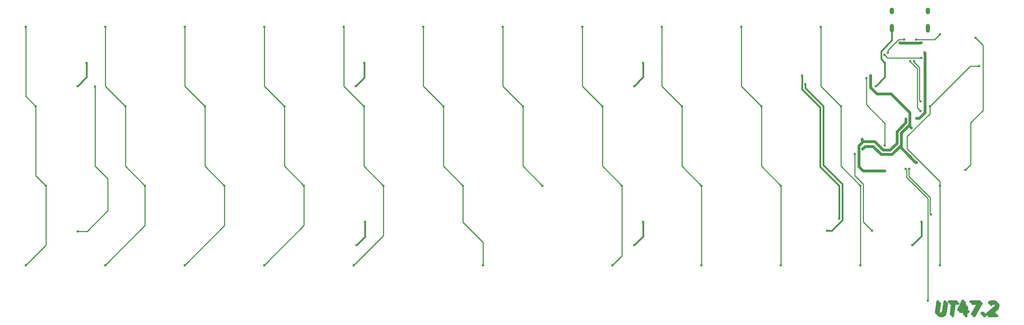
<source format=gtl>
%TF.GenerationSoftware,KiCad,Pcbnew,(5.0.0)*%
%TF.CreationDate,2018-11-28T21:03:07-08:00*%
%TF.ProjectId,UT47.2,555434372E322E6B696361645F706362,rev?*%
%TF.SameCoordinates,Original*%
%TF.FileFunction,Copper,L1,Top,Signal*%
%TF.FilePolarity,Positive*%
%FSLAX46Y46*%
G04 Gerber Fmt 4.6, Leading zero omitted, Abs format (unit mm)*
G04 Created by KiCad (PCBNEW (5.0.0)) date 11/28/18 21:03:07*
%MOMM*%
%LPD*%
G01*
G04 APERTURE LIST*
%ADD10C,0.700000*%
%ADD11O,1.000000X2.100000*%
%ADD12O,1.000000X1.600000*%
%ADD13C,0.600000*%
%ADD14C,0.381000*%
%ADD15C,0.635000*%
%ADD16C,0.250000*%
G04 APERTURE END LIST*
D10*
X252706232Y-102433642D02*
X252402660Y-104862214D01*
X252509803Y-105147928D01*
X252634803Y-105290785D01*
X252902660Y-105433642D01*
X253474089Y-105433642D01*
X253777660Y-105290785D01*
X253938375Y-105147928D01*
X254116946Y-104862214D01*
X254420517Y-102433642D01*
X255420517Y-102433642D02*
X257134803Y-102433642D01*
X255902660Y-105433642D02*
X256277660Y-102433642D01*
X259295517Y-103433642D02*
X259045517Y-105433642D01*
X258724089Y-102290785D02*
X257741946Y-104433642D01*
X259599089Y-104433642D01*
X260706232Y-102433642D02*
X262706232Y-102433642D01*
X261045517Y-105433642D01*
X263509803Y-105147928D02*
X263634803Y-105290785D01*
X263474089Y-105433642D01*
X263349089Y-105290785D01*
X263509803Y-105147928D01*
X263474089Y-105433642D01*
X265099089Y-102719357D02*
X265259803Y-102576500D01*
X265563375Y-102433642D01*
X266277660Y-102433642D01*
X266545517Y-102576500D01*
X266670517Y-102719357D01*
X266777660Y-103005071D01*
X266741946Y-103290785D01*
X266545517Y-103719357D01*
X264616946Y-105433642D01*
X266474089Y-105433642D01*
X253118982Y-102846392D02*
X252815410Y-105274964D01*
X252922553Y-105560678D01*
X253047553Y-105703535D01*
X253315410Y-105846392D01*
X253886839Y-105846392D01*
X254190410Y-105703535D01*
X254351125Y-105560678D01*
X254529696Y-105274964D01*
X254833267Y-102846392D01*
X255833267Y-102846392D02*
X257547553Y-102846392D01*
X256315410Y-105846392D02*
X256690410Y-102846392D01*
X259708267Y-103846392D02*
X259458267Y-105846392D01*
X259136839Y-102703535D02*
X258154696Y-104846392D01*
X260011839Y-104846392D01*
X261118982Y-102846392D02*
X263118982Y-102846392D01*
X261458267Y-105846392D01*
X263922553Y-105560678D02*
X264047553Y-105703535D01*
X263886839Y-105846392D01*
X263761839Y-105703535D01*
X263922553Y-105560678D01*
X263886839Y-105846392D01*
X265511839Y-103132107D02*
X265672553Y-102989250D01*
X265976125Y-102846392D01*
X266690410Y-102846392D01*
X266958267Y-102989250D01*
X267083267Y-103132107D01*
X267190410Y-103417821D01*
X267154696Y-103703535D01*
X266958267Y-104132107D01*
X265029696Y-105846392D01*
X266886839Y-105846392D01*
D11*
X241710750Y-36942500D03*
X250350750Y-36942500D03*
D12*
X241710750Y-32762500D03*
X250350750Y-32762500D03*
D13*
X242951000Y-61722000D03*
X240030000Y-71120000D03*
X234569000Y-63500000D03*
X245110000Y-58674000D03*
X240030000Y-45212000D03*
X249555000Y-42799000D03*
X115443000Y-83312000D03*
X113411000Y-88900000D03*
X182118000Y-83312000D03*
X179959000Y-88900000D03*
X248793000Y-83312000D03*
X246634000Y-88900000D03*
X115316000Y-45212000D03*
X113284000Y-50800000D03*
X48768000Y-45212000D03*
X46609000Y-50800000D03*
X182118000Y-45212000D03*
X179959000Y-50800000D03*
X237871000Y-50800000D03*
X220980000Y-50292000D03*
X226187000Y-85471000D03*
X247650000Y-58547000D03*
X246380000Y-60833000D03*
X229108000Y-82550000D03*
X220218000Y-48260000D03*
X234696000Y-65913000D03*
X247650000Y-69088000D03*
X236601000Y-48260000D03*
X248793000Y-44069000D03*
X239903000Y-43307000D03*
X259334000Y-70866000D03*
X261747000Y-39243000D03*
X245872000Y-70612000D03*
X251079000Y-81534000D03*
X244983000Y-70612000D03*
X250317000Y-102235000D03*
X248729500Y-40386000D03*
X243649500Y-40386000D03*
X138938000Y-74676000D03*
X143764000Y-93726000D03*
X134239000Y-55626000D03*
X129413000Y-36576000D03*
X38989000Y-74676000D03*
X34163000Y-93726000D03*
X36576000Y-55626000D03*
X34163000Y-36576000D03*
X62738000Y-74676000D03*
X53213000Y-93726000D03*
X58039000Y-55626000D03*
X53213000Y-36576000D03*
X81788000Y-74676000D03*
X72263000Y-93726000D03*
X77089000Y-55626000D03*
X72263000Y-36576000D03*
X100838000Y-74676000D03*
X91313000Y-93726000D03*
X96139000Y-55626000D03*
X91313000Y-36576000D03*
X119888000Y-74676000D03*
X112776000Y-93726000D03*
X115189000Y-55626000D03*
X110363000Y-36576000D03*
X157988000Y-74676000D03*
X153289000Y-55626000D03*
X148463000Y-36576000D03*
X177038000Y-74676000D03*
X174752000Y-93726000D03*
X172339000Y-55626000D03*
X167513000Y-36576000D03*
X236982000Y-85471000D03*
X232791000Y-67056000D03*
X240030000Y-65024000D03*
X235585000Y-48895000D03*
X50800000Y-50927000D03*
X46609000Y-85598000D03*
X196088000Y-74676000D03*
X196088000Y-93726000D03*
X191389000Y-55626000D03*
X186563000Y-36576000D03*
X215138000Y-74676000D03*
X215138000Y-93726000D03*
X210439000Y-55626000D03*
X205613000Y-36576000D03*
X234188000Y-74676000D03*
X234188000Y-93726000D03*
X229489000Y-55626000D03*
X224663000Y-36576000D03*
X253238000Y-93726000D03*
X253238000Y-74676000D03*
X250825000Y-55626000D03*
X262636000Y-45974000D03*
X248539000Y-56769000D03*
X246126000Y-44831000D03*
X248539000Y-54483000D03*
X247015000Y-44831000D03*
X247586500Y-39624000D03*
X253238000Y-38354000D03*
X244665500Y-39624000D03*
X240792000Y-42799000D03*
D14*
X241710750Y-39848250D02*
X241710750Y-36942500D01*
X239141000Y-42418000D02*
X241710750Y-39848250D01*
X240030000Y-45212000D02*
X239141000Y-44323000D01*
X239141000Y-44323000D02*
X239141000Y-42418000D01*
X115443000Y-83312000D02*
X115443000Y-85090000D01*
X115443000Y-85090000D02*
X115443000Y-86868000D01*
X115443000Y-86868000D02*
X113411000Y-88900000D01*
X182118000Y-83312000D02*
X182118000Y-86868000D01*
X182118000Y-86868000D02*
X181991000Y-86868000D01*
X181991000Y-86868000D02*
X179959000Y-88900000D01*
X248793000Y-83312000D02*
X248793000Y-85471000D01*
X248793000Y-85471000D02*
X248793000Y-86741000D01*
X248793000Y-86741000D02*
X246634000Y-88900000D01*
X115316000Y-45212000D02*
X115316000Y-45720000D01*
X115316000Y-45720000D02*
X115316000Y-48768000D01*
X115316000Y-48768000D02*
X113284000Y-50800000D01*
X48768000Y-45212000D02*
X48768000Y-45720000D01*
X48768000Y-45720000D02*
X48768000Y-48641000D01*
X48768000Y-48641000D02*
X46609000Y-50800000D01*
X182118000Y-45212000D02*
X182118000Y-45720000D01*
X182118000Y-45720000D02*
X182118000Y-48641000D01*
X182118000Y-48641000D02*
X179959000Y-50800000D01*
X240030000Y-48641000D02*
X240030000Y-45212000D01*
X237871000Y-50800000D02*
X240030000Y-48641000D01*
X220980000Y-51206410D02*
X220980000Y-50292000D01*
X229870000Y-82931000D02*
X229870000Y-74295000D01*
X229870000Y-74295000D02*
X225298000Y-69723000D01*
X227330000Y-85471000D02*
X229870000Y-82931000D01*
X226187000Y-85471000D02*
X227330000Y-85471000D01*
X225298000Y-69723000D02*
X225298000Y-55524410D01*
X225298000Y-55524410D02*
X220980000Y-51206410D01*
D15*
X249682000Y-42926000D02*
X249555000Y-42799000D01*
X249682000Y-57150000D02*
X249682000Y-42926000D01*
X248285000Y-58547000D02*
X249682000Y-57150000D01*
X247650000Y-58547000D02*
X248285000Y-58547000D01*
X245110000Y-59563000D02*
X242951000Y-61722000D01*
X245110000Y-58674000D02*
X245110000Y-59563000D01*
X234569000Y-63881000D02*
X234823000Y-64135000D01*
X234569000Y-63500000D02*
X234569000Y-63881000D01*
X234315000Y-64643000D02*
X234823000Y-64135000D01*
X233807000Y-65151000D02*
X234315000Y-64643000D01*
X233807000Y-70104000D02*
X233807000Y-65151000D01*
X234823000Y-71120000D02*
X233807000Y-70104000D01*
X240030000Y-71120000D02*
X234823000Y-71120000D01*
X242951000Y-64516000D02*
X242951000Y-61722000D01*
X241300000Y-66167000D02*
X242951000Y-64516000D01*
X239649000Y-66167000D02*
X241300000Y-66167000D01*
X237617000Y-64135000D02*
X239649000Y-66167000D01*
X234823000Y-64135000D02*
X237617000Y-64135000D01*
D14*
X229108000Y-82550000D02*
X229108000Y-74676000D01*
X229108000Y-74676000D02*
X224536000Y-70104000D01*
X224536000Y-70104000D02*
X224536000Y-55880000D01*
X224536000Y-55880000D02*
X220218000Y-51562000D01*
X220218000Y-51562000D02*
X220218000Y-48260000D01*
D15*
X245999000Y-60452000D02*
X246380000Y-60833000D01*
X245999000Y-59182000D02*
X245999000Y-60071000D01*
X245999000Y-59182000D02*
X245999000Y-60452000D01*
X245999000Y-60071000D02*
X244475000Y-61595000D01*
X244475000Y-66167000D02*
X247396000Y-69088000D01*
X247396000Y-69088000D02*
X247650000Y-69088000D01*
X236601000Y-51181000D02*
X236601000Y-48260000D01*
X238125000Y-52705000D02*
X236601000Y-51181000D01*
X241554000Y-52705000D02*
X238125000Y-52705000D01*
X245999000Y-57150000D02*
X245999000Y-57912000D01*
X241554000Y-52705000D02*
X245999000Y-57150000D01*
X245999000Y-59182000D02*
X245999000Y-57912000D01*
X243967000Y-62103000D02*
X244475000Y-61595000D01*
X243967000Y-65024000D02*
X243967000Y-62103000D01*
X243967000Y-65659000D02*
X243967000Y-65024000D01*
X244475000Y-66167000D02*
X243967000Y-65659000D01*
X241808000Y-67183000D02*
X243967000Y-65024000D01*
X239141000Y-67183000D02*
X241808000Y-67183000D01*
X237236000Y-65278000D02*
X239141000Y-67183000D01*
X235331000Y-65278000D02*
X237236000Y-65278000D01*
X234696000Y-65913000D02*
X235331000Y-65278000D01*
D16*
X240665000Y-44069000D02*
X239903000Y-43307000D01*
X241300000Y-44069000D02*
X240665000Y-44069000D01*
X248793000Y-44069000D02*
X241300000Y-44069000D01*
X260604000Y-69596000D02*
X259334000Y-70866000D01*
X260604000Y-59563000D02*
X260604000Y-69596000D01*
X263525000Y-56642000D02*
X260604000Y-59563000D01*
X263525000Y-41021000D02*
X263525000Y-56642000D01*
X261747000Y-39243000D02*
X263525000Y-41021000D01*
X245745000Y-70739000D02*
X245872000Y-70612000D01*
X245745000Y-72390000D02*
X245745000Y-70739000D01*
X250825000Y-77470000D02*
X245745000Y-72390000D01*
X251079000Y-81534000D02*
X250825000Y-81280000D01*
X250825000Y-81280000D02*
X250825000Y-77470000D01*
X245237000Y-72644000D02*
X249555000Y-76962000D01*
X245237000Y-70866000D02*
X245237000Y-72644000D01*
X244983000Y-70612000D02*
X245237000Y-70866000D01*
X249555000Y-76962000D02*
X249936000Y-77343000D01*
X249936000Y-77343000D02*
X250317000Y-77724000D01*
X250317000Y-77724000D02*
X250317000Y-102235000D01*
D15*
X243776500Y-40513000D02*
X243649500Y-40386000D01*
X248602500Y-40513000D02*
X243776500Y-40513000D01*
X248729500Y-40386000D02*
X248602500Y-40513000D01*
D16*
X129413000Y-50800000D02*
X134239000Y-55626000D01*
X129413000Y-36576000D02*
X129413000Y-50800000D01*
X134239000Y-69977000D02*
X138938000Y-74676000D01*
X134239000Y-55626000D02*
X134239000Y-69977000D01*
X138938000Y-83439000D02*
X138938000Y-74676000D01*
X143764000Y-88265000D02*
X138938000Y-83439000D01*
X143764000Y-93726000D02*
X143764000Y-88265000D01*
X38989000Y-88900000D02*
X34163000Y-93726000D01*
X38989000Y-74676000D02*
X38989000Y-88900000D01*
X36576000Y-72263000D02*
X38989000Y-74676000D01*
X36576000Y-55626000D02*
X36576000Y-72263000D01*
X34163000Y-53213000D02*
X36576000Y-55626000D01*
X34163000Y-36576000D02*
X34163000Y-53213000D01*
X53213000Y-50800000D02*
X58039000Y-55626000D01*
X53213000Y-36576000D02*
X53213000Y-50800000D01*
X58039000Y-69977000D02*
X62738000Y-74676000D01*
X58039000Y-55626000D02*
X58039000Y-69977000D01*
X62738000Y-84201000D02*
X53213000Y-93726000D01*
X62738000Y-74676000D02*
X62738000Y-84201000D01*
X72263000Y-50800000D02*
X77089000Y-55626000D01*
X72263000Y-36576000D02*
X72263000Y-50800000D01*
X77089000Y-69977000D02*
X81788000Y-74676000D01*
X77089000Y-55626000D02*
X77089000Y-69977000D01*
X81788000Y-84201000D02*
X72263000Y-93726000D01*
X81788000Y-74676000D02*
X81788000Y-84201000D01*
X91313000Y-50800000D02*
X96139000Y-55626000D01*
X91313000Y-36576000D02*
X91313000Y-50800000D01*
X96139000Y-69977000D02*
X100838000Y-74676000D01*
X96139000Y-55626000D02*
X96139000Y-69977000D01*
X100838000Y-84201000D02*
X91313000Y-93726000D01*
X100838000Y-74676000D02*
X100838000Y-84201000D01*
X110363000Y-50800000D02*
X115189000Y-55626000D01*
X110363000Y-36576000D02*
X110363000Y-50800000D01*
X115189000Y-69977000D02*
X119888000Y-74676000D01*
X115189000Y-55626000D02*
X115189000Y-69977000D01*
X119888000Y-86614000D02*
X112776000Y-93726000D01*
X119888000Y-74676000D02*
X119888000Y-86614000D01*
X148463000Y-50800000D02*
X153289000Y-55626000D01*
X148463000Y-36576000D02*
X148463000Y-50800000D01*
X153289000Y-69977000D02*
X157988000Y-74676000D01*
X153289000Y-55626000D02*
X153289000Y-69977000D01*
X167513000Y-50800000D02*
X172339000Y-55626000D01*
X167513000Y-36576000D02*
X167513000Y-50800000D01*
X172339000Y-69977000D02*
X177038000Y-74676000D01*
X172339000Y-55626000D02*
X172339000Y-69977000D01*
X177038000Y-91440000D02*
X174752000Y-93726000D01*
X177038000Y-74676000D02*
X177038000Y-91440000D01*
X236982000Y-85471000D02*
X234823000Y-83312000D01*
X234823000Y-83312000D02*
X234823000Y-74295000D01*
X232791000Y-72263000D02*
X233553000Y-73025000D01*
X232791000Y-67056000D02*
X232791000Y-72263000D01*
X233426000Y-72898000D02*
X233553000Y-73025000D01*
X233553000Y-73025000D02*
X234823000Y-74295000D01*
X240030000Y-65024000D02*
X240030000Y-61341000D01*
X240030000Y-61341000D02*
X240030000Y-59690000D01*
X240030000Y-59690000D02*
X235585000Y-55245000D01*
X235585000Y-55245000D02*
X235585000Y-49657000D01*
X235585000Y-49657000D02*
X235585000Y-48895000D01*
X50800000Y-50927000D02*
X50800000Y-55880000D01*
X50800000Y-55880000D02*
X50800000Y-69977000D01*
X50800000Y-69977000D02*
X53848000Y-73025000D01*
X53848000Y-73025000D02*
X53848000Y-80645000D01*
X53848000Y-80645000D02*
X48895000Y-85598000D01*
X48895000Y-85598000D02*
X46609000Y-85598000D01*
X186563000Y-50800000D02*
X191389000Y-55626000D01*
X186563000Y-36576000D02*
X186563000Y-50800000D01*
X191389000Y-69977000D02*
X196088000Y-74676000D01*
X191389000Y-55626000D02*
X191389000Y-69977000D01*
X196088000Y-74676000D02*
X196088000Y-93726000D01*
X205613000Y-50800000D02*
X210439000Y-55626000D01*
X205613000Y-36576000D02*
X205613000Y-50800000D01*
X210439000Y-69977000D02*
X215138000Y-74676000D01*
X210439000Y-55626000D02*
X210439000Y-69977000D01*
X215138000Y-74676000D02*
X215138000Y-93726000D01*
X224663000Y-50800000D02*
X229489000Y-55626000D01*
X224663000Y-36576000D02*
X224663000Y-50800000D01*
X229489000Y-69977000D02*
X234188000Y-74676000D01*
X229489000Y-55626000D02*
X229489000Y-69977000D01*
X234188000Y-74676000D02*
X234188000Y-93726000D01*
X260477000Y-45974000D02*
X250825000Y-55626000D01*
X262636000Y-45974000D02*
X260477000Y-45974000D01*
X250825000Y-55626000D02*
X250825000Y-57404000D01*
X250825000Y-57404000D02*
X245364000Y-62865000D01*
X245364000Y-62865000D02*
X245364000Y-65786000D01*
X253238000Y-73660000D02*
X253238000Y-74676000D01*
X245364000Y-65786000D02*
X253238000Y-73660000D01*
X253238000Y-74676000D02*
X253238000Y-93726000D01*
X247777000Y-56007000D02*
X248539000Y-56769000D01*
X247777000Y-46609000D02*
X247777000Y-56007000D01*
X246126000Y-44958000D02*
X247777000Y-46609000D01*
X246126000Y-44831000D02*
X246126000Y-44958000D01*
X248539000Y-54483000D02*
X248285000Y-54229000D01*
X247015000Y-45085000D02*
X248285000Y-46355000D01*
X247015000Y-44831000D02*
X247015000Y-45085000D01*
X248285000Y-54229000D02*
X248285000Y-46355000D01*
X252730000Y-38862000D02*
X253238000Y-38354000D01*
X251968000Y-39624000D02*
X252730000Y-38862000D01*
X247586500Y-39624000D02*
X251968000Y-39624000D01*
X240792000Y-42164000D02*
X240792000Y-42799000D01*
X244665500Y-39624000D02*
X243332000Y-39624000D01*
X243332000Y-39624000D02*
X240792000Y-42164000D01*
M02*

</source>
